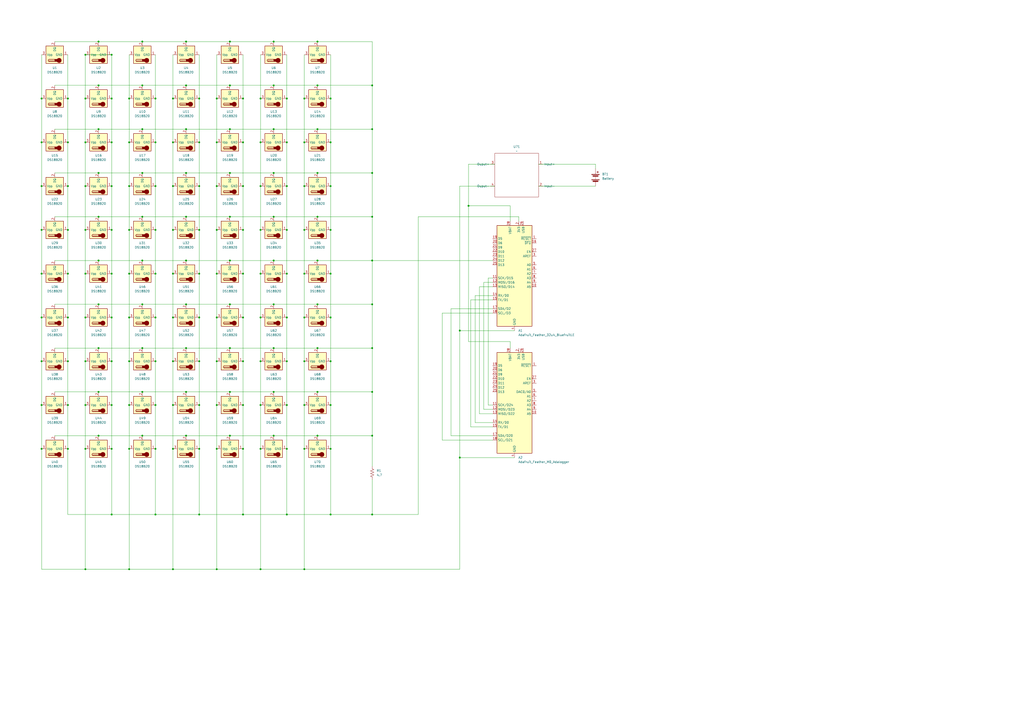
<source format=kicad_sch>
(kicad_sch (version 20231120) (generator "eeschema") (generator_version "8.0")
  (paper "A2")
  (lib_symbols
    (symbol "Device:Battery" (pin_numbers hide) (pin_names (offset 0) hide)
      (property "Reference" "BT" (at 2.54 2.54 0))
      (property "Value" "Battery" (at 2.54 0 0))
      (symbol "Battery_1_1"
        (pin passive line (at 0 5.08 270) (length 2.54) (name "+") (number "1"))
        (pin passive line (at 0 -5.08 90) (length 2.54) (name "-") (number "2"))
      )
    )
    (symbol "Device:R_US" (pin_numbers hide) (pin_names (offset 0))
      (property "Reference" "R" (at 2.54 0 90))
      (property "Value" "R_US" (at -2.54 0 90))
      (symbol "R_US_1_1"
        (pin passive line (at 0 3.81 270) (length 1.27) (name "~") (number "1"))
        (pin passive line (at 0 -3.81 90) (length 1.27) (name "~") (number "2"))
      )
    )
    (symbol "MCU_Module:Adafruit_Feather_32u4_BluefruitLE"
      (property "Reference" "A" (at -10.16 28.575 0))
      (property "Value" "Adafruit_Feather_32u4_BluefruitLE" (at 2.54 -31.75 0))
      (symbol "Adafruit_Feather_32u4_BluefruitLE_1_1"
        (pin input line (at 12.7 20.32 180) (length 2.54) (name "~{RESET}") (number "1"))
        (pin bidirectional line (at 12.7 -7.62 180) (length 2.54) (name "A5") (number "10"))
        (pin bidirectional line (at -12.7 -2.54 0) (length 2.54) (name "SCK/D15") (number "11"))
        (pin bidirectional line (at -12.7 -5.08 0) (length 2.54) (name "MOSI/D16") (number "12"))
        (pin bidirectional line (at -12.7 -7.62 0) (length 2.54) (name "MISO/D14") (number "13"))
        (pin bidirectional line (at -12.7 -12.7 0) (length 2.54) (name "RX/D0") (number "14"))
        (pin bidirectional line (at -12.7 -15.24 0) (length 2.54) (name "TX/D1") (number "15"))
        (pin input line (at 12.7 17.78 180) (length 2.54) (name "~{DFU}") (number "16"))
        (pin bidirectional line (at -12.7 -20.32 0) (length 2.54) (name "SDA/D2") (number "17"))
        (pin bidirectional line (at -12.7 -22.86 0) (length 2.54) (name "SCL/D3") (number "18"))
        (pin bidirectional line (at -12.7 20.32 0) (length 2.54) (name "D5") (number "19"))
        (pin power_in line (at 2.54 30.48 270) (length 2.54) (name "3V3") (number "2"))
        (pin bidirectional line (at -12.7 17.78 0) (length 2.54) (name "D6") (number "20"))
        (pin bidirectional line (at -12.7 15.24 0) (length 2.54) (name "D9") (number "21"))
        (pin bidirectional line (at -12.7 12.7 0) (length 2.54) (name "D10") (number "22"))
        (pin bidirectional line (at -12.7 10.16 0) (length 2.54) (name "D11") (number "23"))
        (pin bidirectional line (at -12.7 7.62 0) (length 2.54) (name "D12") (number "24"))
        (pin bidirectional line (at -12.7 5.08 0) (length 2.54) (name "D13") (number "25"))
        (pin power_in line (at 5.08 30.48 270) (length 2.54) (name "USB") (number "26"))
        (pin input line (at 12.7 12.7 180) (length 2.54) (name "EN") (number "27"))
        (pin power_in line (at -2.54 30.48 270) (length 2.54) (name "VBAT") (number "28"))
        (pin input line (at 12.7 10.16 180) (length 2.54) (name "AREF") (number "3"))
        (pin power_in line (at 0 -33.02 90) (length 2.54) (name "GND") (number "4"))
        (pin bidirectional line (at 12.7 5.08 180) (length 2.54) (name "A0") (number "5"))
        (pin bidirectional line (at 12.7 2.54 180) (length 2.54) (name "A1") (number "6"))
        (pin bidirectional line (at 12.7 0 180) (length 2.54) (name "A2") (number "7"))
        (pin bidirectional line (at 12.7 -2.54 180) (length 2.54) (name "A3") (number "8"))
        (pin bidirectional line (at 12.7 -5.08 180) (length 2.54) (name "A4") (number "9"))
      )
    )
    (symbol "MCU_Module:Adafruit_Feather_M0_Adalogger"
      (property "Reference" "A" (at -10.16 29.21 0))
      (property "Value" "Adafruit_Feather_M0_Adalogger" (at 2.54 -31.75 0))
      (symbol "Adafruit_Feather_M0_Adalogger_1_1"
        (pin input line (at 12.7 20.32 180) (length 2.54) (name "~{RESET}") (number "1"))
        (pin bidirectional line (at 12.7 -7.62 180) (length 2.54) (name "A5") (number "10"))
        (pin bidirectional line (at -12.7 -2.54 0) (length 2.54) (name "SCK/D24") (number "11"))
        (pin bidirectional line (at -12.7 -5.08 0) (length 2.54) (name "MOSI/D23") (number "12"))
        (pin bidirectional line (at -12.7 -7.62 0) (length 2.54) (name "MISO/D22") (number "13"))
        (pin bidirectional line (at -12.7 -12.7 0) (length 2.54) (name "RX/D0") (number "14"))
        (pin bidirectional line (at -12.7 -15.24 0) (length 2.54) (name "TX/D1") (number "15"))
        (pin passive line (at 0 -33.02 90) (length 2.54) hide (name "GND") (number "16"))
        (pin bidirectional line (at -12.7 -20.32 0) (length 2.54) (name "SDA/D20") (number "17"))
        (pin bidirectional line (at -12.7 -22.86 0) (length 2.54) (name "SCL/D21") (number "18"))
        (pin bidirectional line (at -12.7 20.32 0) (length 2.54) (name "D5") (number "19"))
        (pin power_in line (at 2.54 30.48 270) (length 2.54) (name "3V3") (number "2"))
        (pin bidirectional line (at -12.7 17.78 0) (length 2.54) (name "D6") (number "20"))
        (pin bidirectional line (at -12.7 15.24 0) (length 2.54) (name "D9") (number "21"))
        (pin bidirectional line (at -12.7 12.7 0) (length 2.54) (name "D10") (number "22"))
        (pin bidirectional line (at -12.7 10.16 0) (length 2.54) (name "D11") (number "23"))
        (pin bidirectional line (at -12.7 7.62 0) (length 2.54) (name "D12") (number "24"))
        (pin bidirectional line (at -12.7 5.08 0) (length 2.54) (name "D13") (number "25"))
        (pin power_in line (at 5.08 30.48 270) (length 2.54) (name "USB") (number "26"))
        (pin input line (at 12.7 12.7 180) (length 2.54) (name "EN") (number "27"))
        (pin power_in line (at -2.54 30.48 270) (length 2.54) (name "VBAT") (number "28"))
        (pin input line (at 12.7 10.16 180) (length 2.54) (name "AREF") (number "3"))
        (pin power_in line (at 0 -33.02 90) (length 2.54) (name "GND") (number "4"))
        (pin bidirectional line (at 12.7 5.08 180) (length 2.54) (name "DAC0/A0") (number "5"))
        (pin bidirectional line (at 12.7 2.54 180) (length 2.54) (name "A1") (number "6"))
        (pin bidirectional line (at 12.7 0 180) (length 2.54) (name "A2") (number "7"))
        (pin bidirectional line (at 12.7 -2.54 180) (length 2.54) (name "A3") (number "8"))
        (pin bidirectional line (at 12.7 -5.08 180) (length 2.54) (name "A4") (number "9"))
      )
    )
    (symbol "Sensor_Temperature:DS18B20"
      (property "Reference" "U" (at -3.81 6.35 0))
      (property "Value" "DS18B20" (at 6.35 6.35 0))
      (symbol "DS18B20_1_1"
        (pin power_in line (at 0 -7.62 90) (length 2.54) (name "GND") (number "1"))
        (pin bidirectional line (at 7.62 0 180) (length 2.54) (name "DQ") (number "2"))
        (pin power_in line (at 0 7.62 270) (length 2.54) (name "V_{DD}") (number "3"))
      )
    )
    (symbol "my_custom:battery_booster_3,5v_to_5v"
      (property "Reference" "U" (at 0 0 0))
      (symbol "battery_booster_3,5v_to_5v_1_1"
        (pin input line (at 12.7 6.35 0) (length 2.54) (name "Input+") (number "1"))
        (pin input line (at 12.7 -6.35 0) (length 2.54) (name "Input-") (number "2"))
        (pin input line (at -12.7 6.35 180) (length 2.54) (name "Ouput+") (number "3"))
        (pin input line (at -12.7 -6.35 180) (length 2.54) (name "Ouput-") (number "4"))
      )
    )
  )
  (junction (at 151.13 158.75))
  (junction (at 57.15 176.53))
  (junction (at 215.9 74.93))
  (junction (at 57.15 227.33))
  (junction (at 74.93 158.75))
  (junction (at 184.15 49.53))
  (junction (at 49.53 133.35))
  (junction (at 133.35 252.73))
  (junction (at 39.37 158.75))
  (junction (at 90.17 234.95))
  (junction (at 115.57 209.55))
  (junction (at 271.78 119.38))
  (junction (at 107.95 227.33))
  (junction (at 184.15 125.73))
  (junction (at 24.13 158.75))
  (junction (at 184.15 176.53))
  (junction (at 115.57 57.15))
  (junction (at 151.13 82.55))
  (junction (at 90.17 57.15))
  (junction (at 184.15 151.13))
  (junction (at 39.37 234.95))
  (junction (at 57.15 24.13))
  (junction (at 215.9 49.53))
  (junction (at 64.77 298.45))
  (junction (at 74.93 107.95))
  (junction (at 90.17 82.55))
  (junction (at 133.35 74.93))
  (junction (at 166.37 107.95))
  (junction (at 100.33 330.2))
  (junction (at 133.35 24.13))
  (junction (at 100.33 57.15))
  (junction (at 125.73 82.55))
  (junction (at 191.77 133.35))
  (junction (at 90.17 133.35))
  (junction (at 191.77 298.45))
  (junction (at 158.75 176.53))
  (junction (at 49.53 57.15))
  (junction (at 90.17 184.15))
  (junction (at 151.13 184.15))
  (junction (at 107.95 151.13))
  (junction (at 266.7 265.43))
  (junction (at 107.95 176.53))
  (junction (at 49.53 82.55))
  (junction (at 166.37 260.35))
  (junction (at 115.57 260.35))
  (junction (at 39.37 184.15))
  (junction (at 158.75 201.93))
  (junction (at 140.97 57.15))
  (junction (at 24.13 184.15))
  (junction (at 115.57 234.95))
  (junction (at 64.77 234.95))
  (junction (at 82.55 125.73))
  (junction (at 115.57 184.15))
  (junction (at 74.93 260.35))
  (junction (at 82.55 252.73))
  (junction (at 107.95 125.73))
  (junction (at 57.15 125.73))
  (junction (at 57.15 49.53))
  (junction (at 140.97 107.95))
  (junction (at 133.35 100.33))
  (junction (at 82.55 24.13))
  (junction (at 125.73 209.55))
  (junction (at 158.75 227.33))
  (junction (at 125.73 184.15))
  (junction (at 191.77 107.95))
  (junction (at 107.95 100.33))
  (junction (at 49.53 234.95))
  (junction (at 151.13 57.15))
  (junction (at 49.53 184.15))
  (junction (at 57.15 201.93))
  (junction (at 49.53 260.35))
  (junction (at 100.33 82.55))
  (junction (at 151.13 330.2))
  (junction (at 215.9 100.33))
  (junction (at 107.95 201.93))
  (junction (at 115.57 107.95))
  (junction (at 39.37 82.55))
  (junction (at 39.37 133.35))
  (junction (at 125.73 234.95))
  (junction (at 100.33 234.95))
  (junction (at 133.35 201.93))
  (junction (at 100.33 260.35))
  (junction (at 184.15 74.93))
  (junction (at 64.77 31.75))
  (junction (at 74.93 330.2))
  (junction (at 176.53 330.2))
  (junction (at 140.97 158.75))
  (junction (at 125.73 57.15))
  (junction (at 24.13 260.35))
  (junction (at 115.57 298.45))
  (junction (at 24.13 107.95))
  (junction (at 39.37 260.35))
  (junction (at 184.15 252.73))
  (junction (at 115.57 158.75))
  (junction (at 191.77 82.55))
  (junction (at 82.55 201.93))
  (junction (at 74.93 184.15))
  (junction (at 151.13 107.95))
  (junction (at 100.33 209.55))
  (junction (at 49.53 330.2))
  (junction (at 176.53 184.15))
  (junction (at 24.13 82.55))
  (junction (at 57.15 100.33))
  (junction (at 57.15 74.93))
  (junction (at 158.75 74.93))
  (junction (at 151.13 234.95))
  (junction (at 176.53 260.35))
  (junction (at 215.9 298.45))
  (junction (at 215.9 176.53))
  (junction (at 24.13 234.95))
  (junction (at 191.77 260.35))
  (junction (at 100.33 184.15))
  (junction (at 39.37 57.15))
  (junction (at 133.35 49.53))
  (junction (at 166.37 158.75))
  (junction (at 151.13 133.35))
  (junction (at 133.35 125.73))
  (junction (at 57.15 252.73))
  (junction (at 176.53 57.15))
  (junction (at 166.37 184.15))
  (junction (at 64.77 184.15))
  (junction (at 49.53 209.55))
  (junction (at 64.77 107.95))
  (junction (at 74.93 82.55))
  (junction (at 215.9 227.33))
  (junction (at 215.9 252.73))
  (junction (at 176.53 158.75))
  (junction (at 125.73 158.75))
  (junction (at 24.13 57.15))
  (junction (at 176.53 234.95))
  (junction (at 64.77 57.15))
  (junction (at 100.33 158.75))
  (junction (at 49.53 31.75))
  (junction (at 90.17 260.35))
  (junction (at 39.37 107.95))
  (junction (at 140.97 298.45))
  (junction (at 166.37 298.45))
  (junction (at 166.37 82.55))
  (junction (at 125.73 107.95))
  (junction (at 140.97 82.55))
  (junction (at 184.15 201.93))
  (junction (at 74.93 57.15))
  (junction (at 158.75 252.73))
  (junction (at 191.77 234.95))
  (junction (at 49.53 107.95))
  (junction (at 90.17 158.75))
  (junction (at 82.55 151.13))
  (junction (at 64.77 209.55))
  (junction (at 100.33 107.95))
  (junction (at 115.57 82.55))
  (junction (at 176.53 107.95))
  (junction (at 140.97 133.35))
  (junction (at 133.35 227.33))
  (junction (at 215.9 125.73))
  (junction (at 82.55 100.33))
  (junction (at 140.97 184.15))
  (junction (at 133.35 151.13))
  (junction (at 24.13 209.55))
  (junction (at 140.97 260.35))
  (junction (at 125.73 330.2))
  (junction (at 64.77 260.35))
  (junction (at 191.77 158.75))
  (junction (at 107.95 252.73))
  (junction (at 140.97 209.55))
  (junction (at 191.77 57.15))
  (junction (at 107.95 74.93))
  (junction (at 90.17 298.45))
  (junction (at 215.9 201.93))
  (junction (at 82.55 227.33))
  (junction (at 266.7 191.77))
  (junction (at 39.37 209.55))
  (junction (at 24.13 133.35))
  (junction (at 74.93 209.55))
  (junction (at 57.15 151.13))
  (junction (at 176.53 82.55))
  (junction (at 151.13 209.55))
  (junction (at 166.37 133.35))
  (junction (at 158.75 24.13))
  (junction (at 158.75 151.13))
  (junction (at 191.77 184.15))
  (junction (at 100.33 133.35))
  (junction (at 158.75 125.73))
  (junction (at 64.77 82.55))
  (junction (at 107.95 24.13))
  (junction (at 215.9 151.13))
  (junction (at 82.55 49.53))
  (junction (at 176.53 133.35))
  (junction (at 125.73 260.35))
  (junction (at 191.77 209.55))
  (junction (at 90.17 107.95))
  (junction (at 82.55 176.53))
  (junction (at 133.35 176.53))
  (junction (at 125.73 133.35))
  (junction (at 166.37 57.15))
  (junction (at 158.75 49.53))
  (junction (at 115.57 133.35))
  (junction (at 107.95 49.53))
  (junction (at 176.53 209.55))
  (junction (at 74.93 133.35))
  (junction (at 74.93 234.95))
  (junction (at 166.37 234.95))
  (junction (at 158.75 100.33))
  (junction (at 82.55 74.93))
  (junction (at 166.37 209.55))
  (junction (at 184.15 24.13))
  (junction (at 64.77 158.75))
  (junction (at 184.15 227.33))
  (junction (at 184.15 100.33))
  (junction (at 90.17 209.55))
  (junction (at 64.77 133.35))
  (junction (at 140.97 234.95))
  (junction (at 151.13 260.35))
  (junction (at 49.53 158.75))
  (wire (pts (xy 24.13 260.35) (xy 24.13 330.2)))
  (wire (pts (xy 285.75 181.61) (xy 256.54 181.61)))
  (wire (pts (xy 151.13 330.2) (xy 176.53 330.2)))
  (wire (pts (xy 158.75 49.53) (xy 184.15 49.53)))
  (wire (pts (xy 176.53 260.35) (xy 176.53 330.2)))
  (wire (pts (xy 57.15 227.33) (xy 82.55 227.33)))
  (wire (pts (xy 215.9 176.53) (xy 215.9 201.93)))
  (wire (pts (xy 82.55 176.53) (xy 107.95 176.53)))
  (wire (pts (xy 90.17 107.95) (xy 90.17 133.35)))
  (wire (pts (xy 166.37 133.35) (xy 166.37 158.75)))
  (wire (pts (xy 49.53 31.75) (xy 64.77 31.75)))
  (wire (pts (xy 285.75 163.83) (xy 280.67 163.83)))
  (wire (pts (xy 151.13 184.15) (xy 151.13 209.55)))
  (wire (pts (xy 107.95 24.13) (xy 133.35 24.13)))
  (wire (pts (xy 74.93 184.15) (xy 74.93 209.55)))
  (wire (pts (xy 64.77 82.55) (xy 64.77 107.95)))
  (wire (pts (xy 191.77 82.55) (xy 191.77 107.95)))
  (wire (pts (xy 100.33 330.2) (xy 125.73 330.2)))
  (wire (pts (xy 90.17 298.45) (xy 115.57 298.45)))
  (wire (pts (xy 158.75 176.53) (xy 184.15 176.53)))
  (wire (pts (xy 271.78 198.12) (xy 295.91 198.12)))
  (wire (pts (xy 31.75 201.93) (xy 57.15 201.93)))
  (wire (pts (xy 107.95 125.73) (xy 133.35 125.73)))
  (wire (pts (xy 49.53 31.75) (xy 49.53 57.15)))
  (wire (pts (xy 271.78 95.25) (xy 271.78 119.38)))
  (wire (pts (xy 191.77 184.15) (xy 191.77 209.55)))
  (wire (pts (xy 100.33 82.55) (xy 100.33 107.95)))
  (wire (pts (xy 191.77 209.55) (xy 191.77 234.95)))
  (wire (pts (xy 57.15 100.33) (xy 82.55 100.33)))
  (wire (pts (xy 49.53 107.95) (xy 49.53 133.35)))
  (wire (pts (xy 151.13 234.95) (xy 151.13 260.35)))
  (wire (pts (xy 24.13 158.75) (xy 24.13 184.15)))
  (wire (pts (xy 125.73 31.75) (xy 125.73 57.15)))
  (wire (pts (xy 285.75 161.29) (xy 283.21 161.29)))
  (wire (pts (xy 64.77 107.95) (xy 64.77 133.35)))
  (wire (pts (xy 39.37 260.35) (xy 39.37 298.45)))
  (wire (pts (xy 125.73 209.55) (xy 125.73 234.95)))
  (wire (pts (xy 74.93 234.95) (xy 74.93 260.35)))
  (wire (pts (xy 151.13 260.35) (xy 151.13 330.2)))
  (wire (pts (xy 184.15 74.93) (xy 215.9 74.93)))
  (wire (pts (xy 300.99 128.27) (xy 300.99 125.73)))
  (wire (pts (xy 176.53 234.95) (xy 176.53 260.35)))
  (wire (pts (xy 82.55 227.33) (xy 107.95 227.33)))
  (wire (pts (xy 64.77 184.15) (xy 64.77 209.55)))
  (wire (pts (xy 82.55 125.73) (xy 107.95 125.73)))
  (wire (pts (xy 176.53 133.35) (xy 176.53 158.75)))
  (wire (pts (xy 133.35 176.53) (xy 158.75 176.53)))
  (wire (pts (xy 283.21 234.95) (xy 285.75 234.95)))
  (wire (pts (xy 24.13 31.75) (xy 24.13 57.15)))
  (wire (pts (xy 158.75 24.13) (xy 184.15 24.13)))
  (wire (pts (xy 125.73 234.95) (xy 125.73 260.35)))
  (wire (pts (xy 184.15 125.73) (xy 215.9 125.73)))
  (wire (pts (xy 215.9 49.53) (xy 215.9 74.93)))
  (wire (pts (xy 100.33 209.55) (xy 100.33 234.95)))
  (wire (pts (xy 100.33 260.35) (xy 100.33 330.2)))
  (wire (pts (xy 49.53 133.35) (xy 49.53 158.75)))
  (wire (pts (xy 115.57 184.15) (xy 115.57 209.55)))
  (wire (pts (xy 184.15 252.73) (xy 215.9 252.73)))
  (wire (pts (xy 140.97 158.75) (xy 140.97 184.15)))
  (wire (pts (xy 115.57 133.35) (xy 115.57 158.75)))
  (wire (pts (xy 74.93 158.75) (xy 74.93 184.15)))
  (wire (pts (xy 184.15 176.53) (xy 215.9 176.53)))
  (wire (pts (xy 140.97 82.55) (xy 140.97 107.95)))
  (wire (pts (xy 24.13 330.2) (xy 49.53 330.2)))
  (wire (pts (xy 82.55 151.13) (xy 107.95 151.13)))
  (wire (pts (xy 125.73 158.75) (xy 125.73 184.15)))
  (wire (pts (xy 140.97 31.75) (xy 140.97 57.15)))
  (wire (pts (xy 283.21 161.29) (xy 283.21 234.95)))
  (wire (pts (xy 151.13 82.55) (xy 151.13 107.95)))
  (wire (pts (xy 140.97 209.55) (xy 140.97 234.95)))
  (wire (pts (xy 280.67 163.83) (xy 280.67 237.49)))
  (wire (pts (xy 184.15 100.33) (xy 215.9 100.33)))
  (wire (pts (xy 266.7 265.43) (xy 298.45 265.43)))
  (wire (pts (xy 176.53 330.2) (xy 266.7 330.2)))
  (wire (pts (xy 39.37 107.95) (xy 39.37 133.35)))
  (wire (pts (xy 107.95 100.33) (xy 133.35 100.33)))
  (wire (pts (xy 140.97 260.35) (xy 140.97 298.45)))
  (wire (pts (xy 285.75 173.99) (xy 273.05 173.99)))
  (wire (pts (xy 31.75 227.33) (xy 57.15 227.33)))
  (wire (pts (xy 191.77 158.75) (xy 191.77 184.15)))
  (wire (pts (xy 261.62 179.07) (xy 261.62 252.73)))
  (wire (pts (xy 151.13 209.55) (xy 151.13 234.95)))
  (wire (pts (xy 49.53 234.95) (xy 49.53 260.35)))
  (wire (pts (xy 125.73 133.35) (xy 125.73 158.75)))
  (wire (pts (xy 24.13 234.95) (xy 24.13 260.35)))
  (wire (pts (xy 133.35 100.33) (xy 158.75 100.33)))
  (wire (pts (xy 49.53 330.2) (xy 74.93 330.2)))
  (wire (pts (xy 215.9 252.73) (xy 215.9 270.51)))
  (wire (pts (xy 140.97 234.95) (xy 140.97 260.35)))
  (wire (pts (xy 133.35 201.93) (xy 158.75 201.93)))
  (wire (pts (xy 215.9 151.13) (xy 215.9 176.53)))
  (wire (pts (xy 312.42 107.95) (xy 345.44 107.95)))
  (wire (pts (xy 39.37 57.15) (xy 39.37 82.55)))
  (wire (pts (xy 115.57 158.75) (xy 115.57 184.15)))
  (wire (pts (xy 24.13 133.35) (xy 24.13 158.75)))
  (wire (pts (xy 215.9 201.93) (xy 215.9 227.33)))
  (wire (pts (xy 166.37 158.75) (xy 166.37 184.15)))
  (wire (pts (xy 125.73 330.2) (xy 151.13 330.2)))
  (wire (pts (xy 57.15 24.13) (xy 82.55 24.13)))
  (wire (pts (xy 125.73 107.95) (xy 125.73 133.35)))
  (wire (pts (xy 242.57 125.73) (xy 242.57 298.45)))
  (wire (pts (xy 24.13 184.15) (xy 24.13 209.55)))
  (wire (pts (xy 115.57 260.35) (xy 115.57 298.45)))
  (wire (pts (xy 64.77 260.35) (xy 64.77 298.45)))
  (wire (pts (xy 39.37 184.15) (xy 39.37 209.55)))
  (wire (pts (xy 151.13 158.75) (xy 151.13 184.15)))
  (wire (pts (xy 215.9 151.13) (xy 285.75 151.13)))
  (wire (pts (xy 82.55 74.93) (xy 107.95 74.93)))
  (wire (pts (xy 295.91 119.38) (xy 295.91 128.27)))
  (wire (pts (xy 266.7 107.95) (xy 266.7 191.77)))
  (wire (pts (xy 166.37 209.55) (xy 166.37 234.95)))
  (wire (pts (xy 74.93 330.2) (xy 100.33 330.2)))
  (wire (pts (xy 31.75 125.73) (xy 57.15 125.73)))
  (wire (pts (xy 176.53 209.55) (xy 176.53 234.95)))
  (wire (pts (xy 158.75 151.13) (xy 184.15 151.13)))
  (wire (pts (xy 24.13 107.95) (xy 24.13 133.35)))
  (wire (pts (xy 74.93 133.35) (xy 74.93 158.75)))
  (wire (pts (xy 100.33 234.95) (xy 100.33 260.35)))
  (wire (pts (xy 133.35 151.13) (xy 158.75 151.13)))
  (wire (pts (xy 39.37 133.35) (xy 39.37 158.75)))
  (wire (pts (xy 31.75 176.53) (xy 57.15 176.53)))
  (wire (pts (xy 100.33 184.15) (xy 100.33 209.55)))
  (wire (pts (xy 64.77 209.55) (xy 64.77 234.95)))
  (wire (pts (xy 184.15 227.33) (xy 215.9 227.33)))
  (wire (pts (xy 90.17 133.35) (xy 90.17 158.75)))
  (wire (pts (xy 261.62 252.73) (xy 285.75 252.73)))
  (wire (pts (xy 57.15 74.93) (xy 82.55 74.93)))
  (wire (pts (xy 191.77 234.95) (xy 191.77 260.35)))
  (wire (pts (xy 57.15 201.93) (xy 82.55 201.93)))
  (wire (pts (xy 278.13 166.37) (xy 278.13 240.03)))
  (wire (pts (xy 345.44 97.79) (xy 345.44 95.25)))
  (wire (pts (xy 31.75 24.13) (xy 57.15 24.13)))
  (wire (pts (xy 82.55 100.33) (xy 107.95 100.33)))
  (wire (pts (xy 278.13 240.03) (xy 285.75 240.03)))
  (wire (pts (xy 82.55 252.73) (xy 107.95 252.73)))
  (wire (pts (xy 166.37 234.95) (xy 166.37 260.35)))
  (wire (pts (xy 24.13 82.55) (xy 24.13 107.95)))
  (wire (pts (xy 215.9 125.73) (xy 215.9 151.13)))
  (wire (pts (xy 166.37 31.75) (xy 166.37 57.15)))
  (wire (pts (xy 74.93 31.75) (xy 74.93 57.15)))
  (wire (pts (xy 64.77 158.75) (xy 64.77 184.15)))
  (wire (pts (xy 90.17 184.15) (xy 90.17 209.55)))
  (wire (pts (xy 90.17 158.75) (xy 90.17 184.15)))
  (wire (pts (xy 100.33 57.15) (xy 100.33 82.55)))
  (wire (pts (xy 191.77 31.75) (xy 191.77 57.15)))
  (wire (pts (xy 64.77 57.15) (xy 64.77 82.55)))
  (wire (pts (xy 271.78 119.38) (xy 271.78 198.12)))
  (wire (pts (xy 273.05 173.99) (xy 273.05 247.65)))
  (wire (pts (xy 133.35 252.73) (xy 158.75 252.73)))
  (wire (pts (xy 184.15 151.13) (xy 215.9 151.13)))
  (wire (pts (xy 115.57 31.75) (xy 115.57 57.15)))
  (wire (pts (xy 133.35 227.33) (xy 158.75 227.33)))
  (wire (pts (xy 133.35 125.73) (xy 158.75 125.73)))
  (wire (pts (xy 82.55 49.53) (xy 107.95 49.53)))
  (wire (pts (xy 176.53 82.55) (xy 176.53 107.95)))
  (wire (pts (xy 215.9 100.33) (xy 215.9 125.73)))
  (wire (pts (xy 82.55 201.93) (xy 107.95 201.93)))
  (wire (pts (xy 31.75 74.93) (xy 57.15 74.93)))
  (wire (pts (xy 49.53 57.15) (xy 49.53 82.55)))
  (wire (pts (xy 176.53 31.75) (xy 176.53 57.15)))
  (wire (pts (xy 151.13 107.95) (xy 151.13 133.35)))
  (wire (pts (xy 151.13 133.35) (xy 151.13 158.75)))
  (wire (pts (xy 133.35 49.53) (xy 158.75 49.53)))
  (wire (pts (xy 166.37 82.55) (xy 166.37 107.95)))
  (wire (pts (xy 100.33 158.75) (xy 100.33 184.15)))
  (wire (pts (xy 158.75 227.33) (xy 184.15 227.33)))
  (wire (pts (xy 191.77 57.15) (xy 191.77 82.55)))
  (wire (pts (xy 158.75 125.73) (xy 184.15 125.73)))
  (wire (pts (xy 100.33 107.95) (xy 100.33 133.35)))
  (wire (pts (xy 82.55 24.13) (xy 107.95 24.13)))
  (wire (pts (xy 140.97 184.15) (xy 140.97 209.55)))
  (wire (pts (xy 176.53 158.75) (xy 176.53 184.15)))
  (wire (pts (xy 115.57 234.95) (xy 115.57 260.35)))
  (wire (pts (xy 215.9 278.13) (xy 215.9 298.45)))
  (wire (pts (xy 287.02 95.25) (xy 271.78 95.25)))
  (wire (pts (xy 90.17 82.55) (xy 90.17 107.95)))
  (wire (pts (xy 100.33 31.75) (xy 100.33 57.15)))
  (wire (pts (xy 125.73 260.35) (xy 125.73 330.2)))
  (wire (pts (xy 90.17 209.55) (xy 90.17 234.95)))
  (wire (pts (xy 184.15 49.53) (xy 215.9 49.53)))
  (wire (pts (xy 57.15 252.73) (xy 82.55 252.73)))
  (wire (pts (xy 125.73 57.15) (xy 125.73 82.55)))
  (wire (pts (xy 158.75 252.73) (xy 184.15 252.73)))
  (wire (pts (xy 49.53 209.55) (xy 49.53 234.95)))
  (wire (pts (xy 140.97 57.15) (xy 140.97 82.55)))
  (wire (pts (xy 74.93 107.95) (xy 74.93 133.35)))
  (wire (pts (xy 158.75 100.33) (xy 184.15 100.33)))
  (wire (pts (xy 49.53 184.15) (xy 49.53 209.55)))
  (wire (pts (xy 166.37 298.45) (xy 191.77 298.45)))
  (wire (pts (xy 64.77 234.95) (xy 64.77 260.35)))
  (wire (pts (xy 57.15 49.53) (xy 82.55 49.53)))
  (wire (pts (xy 107.95 74.93) (xy 133.35 74.93)))
  (wire (pts (xy 166.37 184.15) (xy 166.37 209.55)))
  (wire (pts (xy 57.15 176.53) (xy 82.55 176.53)))
  (wire (pts (xy 24.13 209.55) (xy 24.13 234.95)))
  (wire (pts (xy 191.77 133.35) (xy 191.77 158.75)))
  (wire (pts (xy 64.77 133.35) (xy 64.77 158.75)))
  (wire (pts (xy 39.37 158.75) (xy 39.37 184.15)))
  (wire (pts (xy 215.9 298.45) (xy 242.57 298.45)))
  (wire (pts (xy 300.99 125.73) (xy 242.57 125.73)))
  (wire (pts (xy 90.17 234.95) (xy 90.17 260.35)))
  (wire (pts (xy 215.9 74.93) (xy 215.9 100.33)))
  (wire (pts (xy 176.53 57.15) (xy 176.53 82.55)))
  (wire (pts (xy 280.67 237.49) (xy 285.75 237.49)))
  (wire (pts (xy 133.35 24.13) (xy 158.75 24.13)))
  (wire (pts (xy 125.73 184.15) (xy 125.73 209.55)))
  (wire (pts (xy 115.57 107.95) (xy 115.57 133.35)))
  (wire (pts (xy 176.53 184.15) (xy 176.53 209.55)))
  (wire (pts (xy 184.15 201.93) (xy 215.9 201.93)))
  (wire (pts (xy 74.93 82.55) (xy 74.93 107.95)))
  (wire (pts (xy 31.75 100.33) (xy 57.15 100.33)))
  (wire (pts (xy 176.53 107.95) (xy 176.53 133.35)))
  (wire (pts (xy 125.73 82.55) (xy 125.73 107.95)))
  (wire (pts (xy 39.37 298.45) (xy 64.77 298.45)))
  (wire (pts (xy 115.57 298.45) (xy 140.97 298.45)))
  (wire (pts (xy 39.37 82.55) (xy 39.37 107.95)))
  (wire (pts (xy 115.57 209.55) (xy 115.57 234.95)))
  (wire (pts (xy 215.9 24.13) (xy 215.9 49.53)))
  (wire (pts (xy 166.37 107.95) (xy 166.37 133.35)))
  (wire (pts (xy 273.05 247.65) (xy 285.75 247.65)))
  (wire (pts (xy 90.17 260.35) (xy 90.17 298.45)))
  (wire (pts (xy 49.53 158.75) (xy 49.53 184.15)))
  (wire (pts (xy 64.77 31.75) (xy 64.77 57.15)))
  (wire (pts (xy 24.13 57.15) (xy 24.13 82.55)))
  (wire (pts (xy 215.9 227.33) (xy 215.9 252.73)))
  (wire (pts (xy 184.15 24.13) (xy 215.9 24.13)))
  (wire (pts (xy 107.95 176.53) (xy 133.35 176.53)))
  (wire (pts (xy 191.77 107.95) (xy 191.77 133.35)))
  (wire (pts (xy 271.78 119.38) (xy 295.91 119.38)))
  (wire (pts (xy 158.75 201.93) (xy 184.15 201.93)))
  (wire (pts (xy 49.53 260.35) (xy 49.53 330.2)))
  (wire (pts (xy 107.95 151.13) (xy 133.35 151.13)))
  (wire (pts (xy 115.57 57.15) (xy 115.57 82.55)))
  (wire (pts (xy 275.59 171.45) (xy 275.59 245.11)))
  (wire (pts (xy 266.7 330.2) (xy 266.7 265.43)))
  (wire (pts (xy 90.17 31.75) (xy 90.17 57.15)))
  (wire (pts (xy 287.02 107.95) (xy 266.7 107.95)))
  (wire (pts (xy 115.57 82.55) (xy 115.57 107.95)))
  (wire (pts (xy 275.59 245.11) (xy 285.75 245.11)))
  (wire (pts (xy 57.15 125.73) (xy 82.55 125.73)))
  (wire (pts (xy 107.95 49.53) (xy 133.35 49.53)))
  (wire (pts (xy 74.93 260.35) (xy 74.93 330.2)))
  (wire (pts (xy 39.37 209.55) (xy 39.37 234.95)))
  (wire (pts (xy 298.45 191.77) (xy 266.7 191.77)))
  (wire (pts (xy 133.35 74.93) (xy 158.75 74.93)))
  (wire (pts (xy 345.44 95.25) (xy 312.42 95.25)))
  (wire (pts (xy 100.33 133.35) (xy 100.33 158.75)))
  (wire (pts (xy 49.53 82.55) (xy 49.53 107.95)))
  (wire (pts (xy 39.37 31.75) (xy 39.37 57.15)))
  (wire (pts (xy 256.54 255.27) (xy 285.75 255.27)))
  (wire (pts (xy 31.75 252.73) (xy 57.15 252.73)))
  (wire (pts (xy 151.13 31.75) (xy 151.13 57.15)))
  (wire (pts (xy 166.37 57.15) (xy 166.37 82.55)))
  (wire (pts (xy 285.75 171.45) (xy 275.59 171.45)))
  (wire (pts (xy 151.13 57.15) (xy 151.13 82.55)))
  (wire (pts (xy 39.37 234.95) (xy 39.37 260.35)))
  (wire (pts (xy 158.75 74.93) (xy 184.15 74.93)))
  (wire (pts (xy 107.95 201.93) (xy 133.35 201.93)))
  (wire (pts (xy 107.95 227.33) (xy 133.35 227.33)))
  (wire (pts (xy 285.75 179.07) (xy 261.62 179.07)))
  (wire (pts (xy 57.15 151.13) (xy 82.55 151.13)))
  (wire (pts (xy 64.77 298.45) (xy 90.17 298.45)))
  (wire (pts (xy 107.95 252.73) (xy 133.35 252.73)))
  (wire (pts (xy 266.7 191.77) (xy 266.7 265.43)))
  (wire (pts (xy 140.97 107.95) (xy 140.97 133.35)))
  (wire (pts (xy 31.75 49.53) (xy 57.15 49.53)))
  (wire (pts (xy 191.77 298.45) (xy 215.9 298.45)))
  (wire (pts (xy 295.91 198.12) (xy 295.91 201.93)))
  (wire (pts (xy 140.97 298.45) (xy 166.37 298.45)))
  (wire (pts (xy 285.75 166.37) (xy 278.13 166.37)))
  (wire (pts (xy 166.37 260.35) (xy 166.37 298.45)))
  (wire (pts (xy 31.75 151.13) (xy 57.15 151.13)))
  (wire (pts (xy 74.93 57.15) (xy 74.93 82.55)))
  (wire (pts (xy 256.54 181.61) (xy 256.54 255.27)))
  (wire (pts (xy 140.97 133.35) (xy 140.97 158.75)))
  (wire (pts (xy 74.93 209.55) (xy 74.93 234.95)))
  (wire (pts (xy 191.77 260.35) (xy 191.77 298.45)))
  (wire (pts (xy 90.17 57.15) (xy 90.17 82.55)))
  (symbol (lib_id "Sensor_Temperature:DS18B20") (at 107.95 260.35 90) (unit 1)
    (property "Reference" "U55" (at 107.95 267.97 90))
    (property "Value" "DS18B20" (at 107.95 270.51 90))
    (property "Footprint" "Package_TO_SOT_THT:TO-92_Inline" (effects (hide yes)))
    (property "Datasheet" "http://datasheets.maximintegrated.com/en/ds/DS18B20.pdf" (effects (hide yes)))
  )
  (symbol (lib_id "Sensor_Temperature:DS18B20") (at 184.15 82.55 90) (unit 1)
    (property "Reference" "U21" (at 184.15 90.17 90))
    (property "Value" "DS18B20" (at 184.15 92.71 90))
    (property "Footprint" "Package_TO_SOT_THT:TO-92_Inline" (effects (hide yes)))
    (property "Datasheet" "http://datasheets.maximintegrated.com/en/ds/DS18B20.pdf" (effects (hide yes)))
  )
  (symbol (lib_id "Sensor_Temperature:DS18B20") (at 31.75 82.55 90) (unit 1)
    (property "Reference" "U15" (at 31.75 90.17 90))
    (property "Value" "DS18B20" (at 31.75 92.71 90))
    (property "Footprint" "Package_TO_SOT_THT:TO-92_Inline" (effects (hide yes)))
    (property "Datasheet" "http://datasheets.maximintegrated.com/en/ds/DS18B20.pdf" (effects (hide yes)))
  )
  (symbol (lib_id "Sensor_Temperature:DS18B20") (at 57.15 158.75 90) (unit 1)
    (property "Reference" "U41" (at 57.15 166.37 90))
    (property "Value" "DS18B20" (at 57.15 168.91 90))
    (property "Footprint" "Package_TO_SOT_THT:TO-92_Inline" (effects (hide yes)))
    (property "Datasheet" "http://datasheets.maximintegrated.com/en/ds/DS18B20.pdf" (effects (hide yes)))
  )
  (symbol (lib_id "Sensor_Temperature:DS18B20") (at 107.95 184.15 90) (unit 1)
    (property "Reference" "U52" (at 107.95 191.77 90))
    (property "Value" "DS18B20" (at 107.95 194.31 90))
    (property "Footprint" "Package_TO_SOT_THT:TO-92_Inline" (effects (hide yes)))
    (property "Datasheet" "http://datasheets.maximintegrated.com/en/ds/DS18B20.pdf" (effects (hide yes)))
  )
  (symbol (lib_id "Sensor_Temperature:DS18B20") (at 82.55 184.15 90) (unit 1)
    (property "Reference" "U47" (at 82.55 191.77 90))
    (property "Value" "DS18B20" (at 82.55 194.31 90))
    (property "Footprint" "Package_TO_SOT_THT:TO-92_Inline" (effects (hide yes)))
    (property "Datasheet" "http://datasheets.maximintegrated.com/en/ds/DS18B20.pdf" (effects (hide yes)))
  )
  (symbol (lib_id "Sensor_Temperature:DS18B20") (at 184.15 158.75 90) (unit 1)
    (property "Reference" "U66" (at 184.15 166.37 90))
    (property "Value" "DS18B20" (at 184.15 168.91 90))
    (property "Footprint" "Package_TO_SOT_THT:TO-92_Inline" (effects (hide yes)))
    (property "Datasheet" "http://datasheets.maximintegrated.com/en/ds/DS18B20.pdf" (effects (hide yes)))
  )
  (symbol (lib_id "Sensor_Temperature:DS18B20") (at 133.35 107.95 90) (unit 1)
    (property "Reference" "U26" (at 133.35 115.57 90))
    (property "Value" "DS18B20" (at 133.35 118.11 90))
    (property "Footprint" "Package_TO_SOT_THT:TO-92_Inline" (effects (hide yes)))
    (property "Datasheet" "http://datasheets.maximintegrated.com/en/ds/DS18B20.pdf" (effects (hide yes)))
  )
  (symbol (lib_id "Sensor_Temperature:DS18B20") (at 57.15 209.55 90) (unit 1)
    (property "Reference" "U43" (at 57.15 217.17 90))
    (property "Value" "DS18B20" (at 57.15 219.71 90))
    (property "Footprint" "Package_TO_SOT_THT:TO-92_Inline" (effects (hide yes)))
    (property "Datasheet" "http://datasheets.maximintegrated.com/en/ds/DS18B20.pdf" (effects (hide yes)))
  )
  (symbol (lib_id "Sensor_Temperature:DS18B20") (at 107.95 234.95 90) (unit 1)
    (property "Reference" "U54" (at 107.95 242.57 90))
    (property "Value" "DS18B20" (at 107.95 245.11 90))
    (property "Footprint" "Package_TO_SOT_THT:TO-92_Inline" (effects (hide yes)))
    (property "Datasheet" "http://datasheets.maximintegrated.com/en/ds/DS18B20.pdf" (effects (hide yes)))
  )
  (symbol (lib_id "Sensor_Temperature:DS18B20") (at 31.75 184.15 90) (unit 1)
    (property "Reference" "U37" (at 31.75 191.77 90))
    (property "Value" "DS18B20" (at 31.75 194.31 90))
    (property "Footprint" "Package_TO_SOT_THT:TO-92_Inline" (effects (hide yes)))
    (property "Datasheet" "http://datasheets.maximintegrated.com/en/ds/DS18B20.pdf" (effects (hide yes)))
  )
  (symbol (lib_id "Sensor_Temperature:DS18B20") (at 57.15 107.95 90) (unit 1)
    (property "Reference" "U23" (at 57.15 115.57 90))
    (property "Value" "DS18B20" (at 57.15 118.11 90))
    (property "Footprint" "Package_TO_SOT_THT:TO-92_Inline" (effects (hide yes)))
    (property "Datasheet" "http://datasheets.maximintegrated.com/en/ds/DS18B20.pdf" (effects (hide yes)))
  )
  (symbol (lib_id "Sensor_Temperature:DS18B20") (at 133.35 260.35 90) (unit 1)
    (property "Reference" "U60" (at 133.35 267.97 90))
    (property "Value" "DS18B20" (at 133.35 270.51 90))
    (property "Footprint" "Package_TO_SOT_THT:TO-92_Inline" (effects (hide yes)))
    (property "Datasheet" "http://datasheets.maximintegrated.com/en/ds/DS18B20.pdf" (effects (hide yes)))
  )
  (symbol (lib_id "Sensor_Temperature:DS18B20") (at 184.15 31.75 90) (unit 1)
    (property "Reference" "U7" (at 184.15 39.37 90))
    (property "Value" "DS18B20" (at 184.15 41.91 90))
    (property "Footprint" "Package_TO_SOT_THT:TO-92_Inline" (effects (hide yes)))
    (property "Datasheet" "http://datasheets.maximintegrated.com/en/ds/DS18B20.pdf" (effects (hide yes)))
  )
  (symbol (lib_id "MCU_Module:Adafruit_Feather_32u4_BluefruitLE") (at 298.45 158.75 0) (unit 1)
    (property "Reference" "A1" (at 300.6441 191.77 0) (effects (justify left)))
    (property "Value" "Adafruit_Feather_32u4_BluefruitLE" (at 300.6441 194.31 0) (effects (justify left)))
    (property "Footprint" "Module:Adafruit_Feather" (effects (hide yes)))
    (property "Datasheet" "https://cdn-learn.adafruit.com/downloads/pdf/adafruit-feather-32u4-bluefruit-le.pdf" (effects (hide yes)))
    (property "Description" "Microcontroller module with ATmega32u4 MCU and bluetooth" (effects (hide yes)))
  )
  (symbol (lib_id "Sensor_Temperature:DS18B20") (at 31.75 107.95 90) (unit 1)
    (property "Reference" "U22" (at 31.75 115.57 90))
    (property "Value" "DS18B20" (at 31.75 118.11 90))
    (property "Footprint" "Package_TO_SOT_THT:TO-92_Inline" (effects (hide yes)))
    (property "Datasheet" "http://datasheets.maximintegrated.com/en/ds/DS18B20.pdf" (effects (hide yes)))
  )
  (symbol (lib_id "Sensor_Temperature:DS18B20") (at 184.15 260.35 90) (unit 1)
    (property "Reference" "U70" (at 184.15 267.97 90))
    (property "Value" "DS18B20" (at 184.15 270.51 90))
    (property "Footprint" "Package_TO_SOT_THT:TO-92_Inline" (effects (hide yes)))
    (property "Datasheet" "http://datasheets.maximintegrated.com/en/ds/DS18B20.pdf" (effects (hide yes)))
  )
  (symbol (lib_id "Sensor_Temperature:DS18B20") (at 31.75 31.75 90) (unit 1)
    (property "Reference" "U1" (at 31.75 39.37 90))
    (property "Value" "DS18B20" (at 31.75 41.91 90))
    (property "Footprint" "Package_TO_SOT_THT:TO-92_Inline" (effects (hide yes)))
    (property "Datasheet" "http://datasheets.maximintegrated.com/en/ds/DS18B20.pdf" (effects (hide yes)))
  )
  (symbol (lib_id "Sensor_Temperature:DS18B20") (at 82.55 158.75 90) (unit 1)
    (property "Reference" "U46" (at 82.55 166.37 90))
    (property "Value" "DS18B20" (at 82.55 168.91 90))
    (property "Footprint" "Package_TO_SOT_THT:TO-92_Inline" (effects (hide yes)))
    (property "Datasheet" "http://datasheets.maximintegrated.com/en/ds/DS18B20.pdf" (effects (hide yes)))
  )
  (symbol (lib_id "Sensor_Temperature:DS18B20") (at 31.75 133.35 90) (unit 1)
    (property "Reference" "U29" (at 31.75 140.97 90))
    (property "Value" "DS18B20" (at 31.75 143.51 90))
    (property "Footprint" "Package_TO_SOT_THT:TO-92_Inline" (effects (hide yes)))
    (property "Datasheet" "http://datasheets.maximintegrated.com/en/ds/DS18B20.pdf" (effects (hide yes)))
  )
  (symbol (lib_id "Sensor_Temperature:DS18B20") (at 82.55 31.75 90) (unit 1)
    (property "Reference" "U3" (at 82.55 39.37 90))
    (property "Value" "DS18B20" (at 82.55 41.91 90))
    (property "Footprint" "Package_TO_SOT_THT:TO-92_Inline" (effects (hide yes)))
    (property "Datasheet" "http://datasheets.maximintegrated.com/en/ds/DS18B20.pdf" (effects (hide yes)))
  )
  (symbol (lib_id "MCU_Module:Adafruit_Feather_M0_Adalogger") (at 298.45 232.41 0) (unit 1)
    (property "Reference" "A2" (at 300.6441 265.43 0) (effects (justify left)))
    (property "Value" "Adafruit_Feather_M0_Adalogger" (at 300.6441 267.97 0) (effects (justify left)))
    (property "Footprint" "Module:Adafruit_Feather" (effects (hide yes)))
    (property "Datasheet" "https://cdn-learn.adafruit.com/downloads/pdf/adafruit-feather-m0-adalogger.pdf" (effects (hide yes)))
    (property "Description" "Microcontroller module with SAMD21 Cortex-M0 MCU and SD card reader" (effects (hide yes)))
  )
  (symbol (lib_id "Sensor_Temperature:DS18B20") (at 107.95 107.95 90) (unit 1)
    (property "Reference" "U25" (at 107.95 115.57 90))
    (property "Value" "DS18B20" (at 107.95 118.11 90))
    (property "Footprint" "Package_TO_SOT_THT:TO-92_Inline" (effects (hide yes)))
    (property "Datasheet" "http://datasheets.maximintegrated.com/en/ds/DS18B20.pdf" (effects (hide yes)))
  )
  (symbol (lib_id "Sensor_Temperature:DS18B20") (at 133.35 57.15 90) (unit 1)
    (property "Reference" "U12" (at 133.35 64.77 90))
    (property "Value" "DS18B20" (at 133.35 67.31 90))
    (property "Footprint" "Package_TO_SOT_THT:TO-92_Inline" (effects (hide yes)))
    (property "Datasheet" "http://datasheets.maximintegrated.com/en/ds/DS18B20.pdf" (effects (hide yes)))
  )
  (symbol (lib_id "Sensor_Temperature:DS18B20") (at 184.15 57.15 90) (unit 1)
    (property "Reference" "U14" (at 184.15 64.77 90))
    (property "Value" "DS18B20" (at 184.15 67.31 90))
    (property "Footprint" "Package_TO_SOT_THT:TO-92_Inline" (effects (hide yes)))
    (property "Datasheet" "http://datasheets.maximintegrated.com/en/ds/DS18B20.pdf" (effects (hide yes)))
  )
  (symbol (lib_id "Sensor_Temperature:DS18B20") (at 31.75 57.15 90) (unit 1)
    (property "Reference" "U8" (at 31.75 64.77 90))
    (property "Value" "DS18B20" (at 31.75 67.31 90))
    (property "Footprint" "Package_TO_SOT_THT:TO-92_Inline" (effects (hide yes)))
    (property "Datasheet" "http://datasheets.maximintegrated.com/en/ds/DS18B20.pdf" (effects (hide yes)))
  )
  (symbol (lib_id "Sensor_Temperature:DS18B20") (at 107.95 158.75 90) (unit 1)
    (property "Reference" "U51" (at 107.95 166.37 90))
    (property "Value" "DS18B20" (at 107.95 168.91 90))
    (property "Footprint" "Package_TO_SOT_THT:TO-92_Inline" (effects (hide yes)))
    (property "Datasheet" "http://datasheets.maximintegrated.com/en/ds/DS18B20.pdf" (effects (hide yes)))
  )
  (symbol (lib_id "Sensor_Temperature:DS18B20") (at 57.15 133.35 90) (unit 1)
    (property "Reference" "U30" (at 57.15 140.97 90))
    (property "Value" "DS18B20" (at 57.15 143.51 90))
    (property "Footprint" "Package_TO_SOT_THT:TO-92_Inline" (effects (hide yes)))
    (property "Datasheet" "http://datasheets.maximintegrated.com/en/ds/DS18B20.pdf" (effects (hide yes)))
  )
  (symbol (lib_id "Sensor_Temperature:DS18B20") (at 82.55 260.35 90) (unit 1)
    (property "Reference" "U50" (at 82.55 267.97 90))
    (property "Value" "DS18B20" (at 82.55 270.51 90))
    (property "Footprint" "Package_TO_SOT_THT:TO-92_Inline" (effects (hide yes)))
    (property "Datasheet" "http://datasheets.maximintegrated.com/en/ds/DS18B20.pdf" (effects (hide yes)))
  )
  (symbol (lib_id "Sensor_Temperature:DS18B20") (at 133.35 158.75 90) (unit 1)
    (property "Reference" "U56" (at 133.35 166.37 90))
    (property "Value" "DS18B20" (at 133.35 168.91 90))
    (property "Footprint" "Package_TO_SOT_THT:TO-92_Inline" (effects (hide yes)))
    (property "Datasheet" "http://datasheets.maximintegrated.com/en/ds/DS18B20.pdf" (effects (hide yes)))
  )
  (symbol (lib_id "Sensor_Temperature:DS18B20") (at 107.95 31.75 90) (unit 1)
    (property "Reference" "U4" (at 107.95 39.37 90))
    (property "Value" "DS18B20" (at 107.95 41.91 90))
    (property "Footprint" "Package_TO_SOT_THT:TO-92_Inline" (effects (hide yes)))
    (property "Datasheet" "http://datasheets.maximintegrated.com/en/ds/DS18B20.pdf" (effects (hide yes)))
  )
  (symbol (lib_id "Sensor_Temperature:DS18B20") (at 107.95 209.55 90) (unit 1)
    (property "Reference" "U53" (at 107.95 217.17 90))
    (property "Value" "DS18B20" (at 107.95 219.71 90))
    (property "Footprint" "Package_TO_SOT_THT:TO-92_Inline" (effects (hide yes)))
    (property "Datasheet" "http://datasheets.maximintegrated.com/en/ds/DS18B20.pdf" (effects (hide yes)))
  )
  (symbol (lib_id "Sensor_Temperature:DS18B20") (at 31.75 209.55 90) (unit 1)
    (property "Reference" "U38" (at 31.75 217.17 90))
    (property "Value" "DS18B20" (at 31.75 219.71 90))
    (property "Footprint" "Package_TO_SOT_THT:TO-92_Inline" (effects (hide yes)))
    (property "Datasheet" "http://datasheets.maximintegrated.com/en/ds/DS18B20.pdf" (effects (hide yes)))
  )
  (symbol (lib_id "Sensor_Temperature:DS18B20") (at 158.75 107.95 90) (unit 1)
    (property "Reference" "U27" (at 158.75 115.57 90))
    (property "Value" "DS18B20" (at 158.75 118.11 90))
    (property "Footprint" "Package_TO_SOT_THT:TO-92_Inline" (effects (hide yes)))
    (property "Datasheet" "http://datasheets.maximintegrated.com/en/ds/DS18B20.pdf" (effects (hide yes)))
  )
  (symbol (lib_id "Sensor_Temperature:DS18B20") (at 158.75 184.15 90) (unit 1)
    (property "Reference" "U62" (at 158.75 191.77 90))
    (property "Value" "DS18B20" (at 158.75 194.31 90))
    (property "Footprint" "Package_TO_SOT_THT:TO-92_Inline" (effects (hide yes)))
    (property "Datasheet" "http://datasheets.maximintegrated.com/en/ds/DS18B20.pdf" (effects (hide yes)))
  )
  (symbol (lib_id "Sensor_Temperature:DS18B20") (at 133.35 234.95 90) (unit 1)
    (property "Reference" "U59" (at 133.35 242.57 90))
    (property "Value" "DS18B20" (at 133.35 245.11 90))
    (property "Footprint" "Package_TO_SOT_THT:TO-92_Inline" (effects (hide yes)))
    (property "Datasheet" "http://datasheets.maximintegrated.com/en/ds/DS18B20.pdf" (effects (hide yes)))
  )
  (symbol (lib_id "Sensor_Temperature:DS18B20") (at 133.35 209.55 90) (unit 1)
    (property "Reference" "U58" (at 133.35 217.17 90))
    (property "Value" "DS18B20" (at 133.35 219.71 90))
    (property "Footprint" "Package_TO_SOT_THT:TO-92_Inline" (effects (hide yes)))
    (property "Datasheet" "http://datasheets.maximintegrated.com/en/ds/DS18B20.pdf" (effects (hide yes)))
  )
  (symbol (lib_id "Sensor_Temperature:DS18B20") (at 57.15 260.35 90) (unit 1)
    (property "Reference" "U45" (at 57.15 267.97 90))
    (property "Value" "DS18B20" (at 57.15 270.51 90))
    (property "Footprint" "Package_TO_SOT_THT:TO-92_Inline" (effects (hide yes)))
    (property "Datasheet" "http://datasheets.maximintegrated.com/en/ds/DS18B20.pdf" (effects (hide yes)))
  )
  (symbol (lib_id "Sensor_Temperature:DS18B20") (at 158.75 260.35 90) (unit 1)
    (property "Reference" "U65" (at 158.75 267.97 90))
    (property "Value" "DS18B20" (at 158.75 270.51 90))
    (property "Footprint" "Package_TO_SOT_THT:TO-92_Inline" (effects (hide yes)))
    (property "Datasheet" "http://datasheets.maximintegrated.com/en/ds/DS18B20.pdf" (effects (hide yes)))
  )
  (symbol (lib_id "Sensor_Temperature:DS18B20") (at 158.75 158.75 90) (unit 1)
    (property "Reference" "U61" (at 158.75 166.37 90))
    (property "Value" "DS18B20" (at 158.75 168.91 90))
    (property "Footprint" "Package_TO_SOT_THT:TO-92_Inline" (effects (hide yes)))
    (property "Datasheet" "http://datasheets.maximintegrated.com/en/ds/DS18B20.pdf" (effects (hide yes)))
  )
  (symbol (lib_id "Sensor_Temperature:DS18B20") (at 82.55 133.35 90) (unit 1)
    (property "Reference" "U31" (at 82.55 140.97 90))
    (property "Value" "DS18B20" (at 82.55 143.51 90))
    (property "Footprint" "Package_TO_SOT_THT:TO-92_Inline" (effects (hide yes)))
    (property "Datasheet" "http://datasheets.maximintegrated.com/en/ds/DS18B20.pdf" (effects (hide yes)))
  )
  (symbol (lib_id "Sensor_Temperature:DS18B20") (at 107.95 133.35 90) (unit 1)
    (property "Reference" "U32" (at 107.95 140.97 90))
    (property "Value" "DS18B20" (at 107.95 143.51 90))
    (property "Footprint" "Package_TO_SOT_THT:TO-92_Inline" (effects (hide yes)))
    (property "Datasheet" "http://datasheets.maximintegrated.com/en/ds/DS18B20.pdf" (effects (hide yes)))
  )
  (symbol (lib_id "Sensor_Temperature:DS18B20") (at 184.15 234.95 90) (unit 1)
    (property "Reference" "U69" (at 184.15 242.57 90))
    (property "Value" "DS18B20" (at 184.15 245.11 90))
    (property "Footprint" "Package_TO_SOT_THT:TO-92_Inline" (effects (hide yes)))
    (property "Datasheet" "http://datasheets.maximintegrated.com/en/ds/DS18B20.pdf" (effects (hide yes)))
  )
  (symbol (lib_id "Sensor_Temperature:DS18B20") (at 57.15 82.55 90) (unit 1)
    (property "Reference" "U16" (at 57.15 90.17 90))
    (property "Value" "DS18B20" (at 57.15 92.71 90))
    (property "Footprint" "Package_TO_SOT_THT:TO-92_Inline" (effects (hide yes)))
    (property "Datasheet" "http://datasheets.maximintegrated.com/en/ds/DS18B20.pdf" (effects (hide yes)))
  )
  (symbol (lib_id "Sensor_Temperature:DS18B20") (at 82.55 234.95 90) (unit 1)
    (property "Reference" "U49" (at 82.55 242.57 90))
    (property "Value" "DS18B20" (at 82.55 245.11 90))
    (property "Footprint" "Package_TO_SOT_THT:TO-92_Inline" (effects (hide yes)))
    (property "Datasheet" "http://datasheets.maximintegrated.com/en/ds/DS18B20.pdf" (effects (hide yes)))
  )
  (symbol (lib_id "Sensor_Temperature:DS18B20") (at 158.75 31.75 90) (unit 1)
    (property "Reference" "U6" (at 158.75 39.37 90))
    (property "Value" "DS18B20" (at 158.75 41.91 90))
    (property "Footprint" "Package_TO_SOT_THT:TO-92_Inline" (effects (hide yes)))
    (property "Datasheet" "http://datasheets.maximintegrated.com/en/ds/DS18B20.pdf" (effects (hide yes)))
  )
  (symbol (lib_id "Sensor_Temperature:DS18B20") (at 31.75 234.95 90) (unit 1)
    (property "Reference" "U39" (at 31.75 242.57 90))
    (property "Value" "DS18B20" (at 31.75 245.11 90))
    (property "Footprint" "Package_TO_SOT_THT:TO-92_Inline" (effects (hide yes)))
    (property "Datasheet" "http://datasheets.maximintegrated.com/en/ds/DS18B20.pdf" (effects (hide yes)))
  )
  (symbol (lib_id "Sensor_Temperature:DS18B20") (at 57.15 184.15 90) (unit 1)
    (property "Reference" "U42" (at 57.15 191.77 90))
    (property "Value" "DS18B20" (at 57.15 194.31 90))
    (property "Footprint" "Package_TO_SOT_THT:TO-92_Inline" (effects (hide yes)))
    (property "Datasheet" "http://datasheets.maximintegrated.com/en/ds/DS18B20.pdf" (effects (hide yes)))
  )
  (symbol (lib_id "Sensor_Temperature:DS18B20") (at 31.75 260.35 90) (unit 1)
    (property "Reference" "U40" (at 31.75 267.97 90))
    (property "Value" "DS18B20" (at 31.75 270.51 90))
    (property "Footprint" "Package_TO_SOT_THT:TO-92_Inline" (effects (hide yes)))
    (property "Datasheet" "http://datasheets.maximintegrated.com/en/ds/DS18B20.pdf" (effects (hide yes)))
  )
  (symbol (lib_id "Sensor_Temperature:DS18B20") (at 107.95 57.15 90) (unit 1)
    (property "Reference" "U11" (at 107.95 64.77 90))
    (property "Value" "DS18B20" (at 107.95 67.31 90))
    (property "Footprint" "Package_TO_SOT_THT:TO-92_Inline" (effects (hide yes)))
    (property "Datasheet" "http://datasheets.maximintegrated.com/en/ds/DS18B20.pdf" (effects (hide yes)))
  )
  (symbol (lib_id "Sensor_Temperature:DS18B20") (at 133.35 184.15 90) (unit 1)
    (property "Reference" "U57" (at 133.35 191.77 90))
    (property "Value" "DS18B20" (at 133.35 194.31 90))
    (property "Footprint" "Package_TO_SOT_THT:TO-92_Inline" (effects (hide yes)))
    (property "Datasheet" "http://datasheets.maximintegrated.com/en/ds/DS18B20.pdf" (effects (hide yes)))
  )
  (symbol (lib_id "my_custom:battery_booster_3,5v_to_5v") (at 299.72 101.6 0) (unit 1)
    (property "Reference" "U71" (at 299.72 85.09 0))
    (property "Value" "~" (at 299.72 87.63 0))
  )
  (symbol (lib_id "Sensor_Temperature:DS18B20") (at 158.75 209.55 90) (unit 1)
    (property "Reference" "U63" (at 158.75 217.17 90))
    (property "Value" "DS18B20" (at 158.75 219.71 90))
    (property "Footprint" "Package_TO_SOT_THT:TO-92_Inline" (effects (hide yes)))
    (property "Datasheet" "http://datasheets.maximintegrated.com/en/ds/DS18B20.pdf" (effects (hide yes)))
  )
  (symbol (lib_id "Sensor_Temperature:DS18B20") (at 184.15 133.35 90) (unit 1)
    (property "Reference" "U35" (at 184.15 140.97 90))
    (property "Value" "DS18B20" (at 184.15 143.51 90))
    (property "Footprint" "Package_TO_SOT_THT:TO-92_Inline" (effects (hide yes)))
    (property "Datasheet" "http://datasheets.maximintegrated.com/en/ds/DS18B20.pdf" (effects (hide yes)))
  )
  (symbol (lib_id "Sensor_Temperature:DS18B20") (at 184.15 209.55 90) (unit 1)
    (property "Reference" "U68" (at 184.15 217.17 90))
    (property "Value" "DS18B20" (at 184.15 219.71 90))
    (property "Footprint" "Package_TO_SOT_THT:TO-92_Inline" (effects (hide yes)))
    (property "Datasheet" "http://datasheets.maximintegrated.com/en/ds/DS18B20.pdf" (effects (hide yes)))
  )
  (symbol (lib_id "Sensor_Temperature:DS18B20") (at 184.15 107.95 90) (unit 1)
    (property "Reference" "U28" (at 184.15 115.57 90))
    (property "Value" "DS18B20" (at 184.15 118.11 90))
    (property "Footprint" "Package_TO_SOT_THT:TO-92_Inline" (effects (hide yes)))
    (property "Datasheet" "http://datasheets.maximintegrated.com/en/ds/DS18B20.pdf" (effects (hide yes)))
  )
  (symbol (lib_id "Sensor_Temperature:DS18B20") (at 57.15 234.95 90) (unit 1)
    (property "Reference" "U44" (at 57.15 242.57 90))
    (property "Value" "DS18B20" (at 57.15 245.11 90))
    (property "Footprint" "Package_TO_SOT_THT:TO-92_Inline" (effects (hide yes)))
    (property "Datasheet" "http://datasheets.maximintegrated.com/en/ds/DS18B20.pdf" (effects (hide yes)))
  )
  (symbol (lib_id "Sensor_Temperature:DS18B20") (at 158.75 234.95 90) (unit 1)
    (property "Reference" "U64" (at 158.75 242.57 90))
    (property "Value" "DS18B20" (at 158.75 245.11 90))
    (property "Footprint" "Package_TO_SOT_THT:TO-92_Inline" (effects (hide yes)))
    (property "Datasheet" "http://datasheets.maximintegrated.com/en/ds/DS18B20.pdf" (effects (hide yes)))
  )
  (symbol (lib_id "Sensor_Temperature:DS18B20") (at 133.35 82.55 90) (unit 1)
    (property "Reference" "U19" (at 133.35 90.17 90))
    (property "Value" "DS18B20" (at 133.35 92.71 90))
    (property "Footprint" "Package_TO_SOT_THT:TO-92_Inline" (effects (hide yes)))
    (property "Datasheet" "http://datasheets.maximintegrated.com/en/ds/DS18B20.pdf" (effects (hide yes)))
  )
  (symbol (lib_id "Sensor_Temperature:DS18B20") (at 82.55 82.55 90) (unit 1)
    (property "Reference" "U17" (at 82.55 90.17 90))
    (property "Value" "DS18B20" (at 82.55 92.71 90))
    (property "Footprint" "Package_TO_SOT_THT:TO-92_Inline" (effects (hide yes)))
    (property "Datasheet" "http://datasheets.maximintegrated.com/en/ds/DS18B20.pdf" (effects (hide yes)))
  )
  (symbol (lib_id "Sensor_Temperature:DS18B20") (at 133.35 133.35 90) (unit 1)
    (property "Reference" "U33" (at 133.35 140.97 90))
    (property "Value" "DS18B20" (at 133.35 143.51 90))
    (property "Footprint" "Package_TO_SOT_THT:TO-92_Inline" (effects (hide yes)))
    (property "Datasheet" "http://datasheets.maximintegrated.com/en/ds/DS18B20.pdf" (effects (hide yes)))
  )
  (symbol (lib_id "Sensor_Temperature:DS18B20") (at 82.55 209.55 90) (unit 1)
    (property "Reference" "U48" (at 82.55 217.17 90))
    (property "Value" "DS18B20" (at 82.55 219.71 90))
    (property "Footprint" "Package_TO_SOT_THT:TO-92_Inline" (effects (hide yes)))
    (property "Datasheet" "http://datasheets.maximintegrated.com/en/ds/DS18B20.pdf" (effects (hide yes)))
  )
  (symbol (lib_id "Sensor_Temperature:DS18B20") (at 57.15 31.75 90) (unit 1)
    (property "Reference" "U2" (at 57.15 39.37 90))
    (property "Value" "DS18B20" (at 57.15 41.91 90))
    (property "Footprint" "Package_TO_SOT_THT:TO-92_Inline" (effects (hide yes)))
    (property "Datasheet" "http://datasheets.maximintegrated.com/en/ds/DS18B20.pdf" (effects (hide yes)))
  )
  (symbol (lib_id "Sensor_Temperature:DS18B20") (at 158.75 133.35 90) (unit 1)
    (property "Reference" "U34" (at 158.75 140.97 90))
    (property "Value" "DS18B20" (at 158.75 143.51 90))
    (property "Footprint" "Package_TO_SOT_THT:TO-92_Inline" (effects (hide yes)))
    (property "Datasheet" "http://datasheets.maximintegrated.com/en/ds/DS18B20.pdf" (effects (hide yes)))
  )
  (symbol (lib_id "Sensor_Temperature:DS18B20") (at 158.75 82.55 90) (unit 1)
    (property "Reference" "U20" (at 158.75 90.17 90))
    (property "Value" "DS18B20" (at 158.75 92.71 90))
    (property "Footprint" "Package_TO_SOT_THT:TO-92_Inline" (effects (hide yes)))
    (property "Datasheet" "http://datasheets.maximintegrated.com/en/ds/DS18B20.pdf" (effects (hide yes)))
  )
  (symbol (lib_id "Sensor_Temperature:DS18B20") (at 57.15 57.15 90) (unit 1)
    (property "Reference" "U9" (at 57.15 64.77 90))
    (property "Value" "DS18B20" (at 57.15 67.31 90))
    (property "Footprint" "Package_TO_SOT_THT:TO-92_Inline" (effects (hide yes)))
    (property "Datasheet" "http://datasheets.maximintegrated.com/en/ds/DS18B20.pdf" (effects (hide yes)))
  )
  (symbol (lib_id "Device:R_US") (at 215.9 274.32 0) (unit 1)
    (property "Reference" "R1" (at 218.44 273.05 0) (effects (justify left)))
    (property "Value" "4.7" (at 218.44 275.59 0) (effects (justify left)))
    (property "Footprint" "Resistor_THT:R_Axial_DIN0207_L6.3mm_D2.5mm_P10.16mm_Horizontal" (effects (hide yes)))
  )
  (symbol (lib_id "Sensor_Temperature:DS18B20") (at 184.15 184.15 90) (unit 1)
    (property "Reference" "U67" (at 184.15 191.77 90))
    (property "Value" "DS18B20" (at 184.15 194.31 90))
    (property "Footprint" "Package_TO_SOT_THT:TO-92_Inline" (effects (hide yes)))
    (property "Datasheet" "http://datasheets.maximintegrated.com/en/ds/DS18B20.pdf" (effects (hide yes)))
  )
  (symbol (lib_id "Device:Battery") (at 345.44 102.87 0) (unit 1)
    (property "Reference" "BT1" (at 349.25 101.0284 0) (effects (justify left)))
    (property "Value" "Battery" (at 349.25 103.5684 0) (effects (justify left)))
  )
  (symbol (lib_id "Sensor_Temperature:DS18B20") (at 133.35 31.75 90) (unit 1)
    (property "Reference" "U5" (at 133.35 39.37 90))
    (property "Value" "DS18B20" (at 133.35 41.91 90))
    (property "Footprint" "Package_TO_SOT_THT:TO-92_Inline" (effects (hide yes)))
    (property "Datasheet" "http://datasheets.maximintegrated.com/en/ds/DS18B20.pdf" (effects (hide yes)))
  )
  (symbol (lib_id "Sensor_Temperature:DS18B20") (at 82.55 107.95 90) (unit 1)
    (property "Reference" "U24" (at 82.55 115.57 90))
    (property "Value" "DS18B20" (at 82.55 118.11 90))
    (property "Footprint" "Package_TO_SOT_THT:TO-92_Inline" (effects (hide yes)))
    (property "Datasheet" "http://datasheets.maximintegrated.com/en/ds/DS18B20.pdf" (effects (hide yes)))
  )
  (symbol (lib_id "Sensor_Temperature:DS18B20") (at 158.75 57.15 90) (unit 1)
    (property "Reference" "U13" (at 158.75 64.77 90))
    (property "Value" "DS18B20" (at 158.75 67.31 90))
    (property "Footprint" "Package_TO_SOT_THT:TO-92_Inline" (effects (hide yes)))
    (property "Datasheet" "http://datasheets.maximintegrated.com/en/ds/DS18B20.pdf" (effects (hide yes)))
  )
  (symbol (lib_id "Sensor_Temperature:DS18B20") (at 107.95 82.55 90) (unit 1)
    (property "Reference" "U18" (at 107.95 90.17 90))
    (property "Value" "DS18B20" (at 107.95 92.71 90))
    (property "Footprint" "Package_TO_SOT_THT:TO-92_Inline" (effects (hide yes)))
    (property "Datasheet" "http://datasheets.maximintegrated.com/en/ds/DS18B20.pdf" (effects (hide yes)))
  )
  (symbol (lib_id "Sensor_Temperature:DS18B20") (at 31.75 158.75 90) (unit 1)
    (property "Reference" "U36" (at 31.75 166.37 90))
    (property "Value" "DS18B20" (at 31.75 168.91 90))
    (property "Footprint" "Package_TO_SOT_THT:TO-92_Inline" (effects (hide yes)))
    (property "Datasheet" "http://datasheets.maximintegrated.com/en/ds/DS18B20.pdf" (effects (hide yes)))
  )
  (symbol (lib_id "Sensor_Temperature:DS18B20") (at 82.55 57.15 90) (unit 1)
    (property "Reference" "U10" (at 82.55 64.77 90))
    (property "Value" "DS18B20" (at 82.55 67.31 90))
    (property "Footprint" "Package_TO_SOT_THT:TO-92_Inline" (effects (hide yes)))
    (property "Datasheet" "http://datasheets.maximintegrated.com/en/ds/DS18B20.pdf" (effects (hide yes)))
  )
)
</source>
